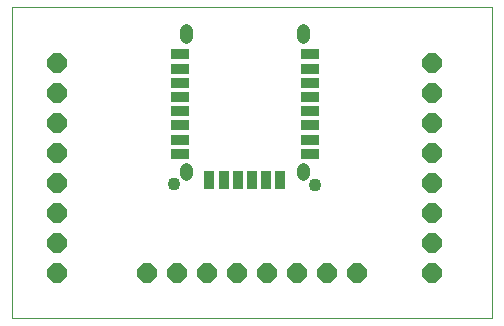
<source format=gts>
G75*
%MOIN*%
%OFA0B0*%
%FSLAX25Y25*%
%IPPOS*%
%LPD*%
%AMOC8*
5,1,8,0,0,1.08239X$1,22.5*
%
%ADD10C,0.00000*%
%ADD11OC8,0.06400*%
%ADD12R,0.06306X0.03550*%
%ADD13R,0.03550X0.06306*%
%ADD14C,0.04337*%
%ADD15C,0.04337*%
D10*
X0001000Y0001000D02*
X0001000Y0104701D01*
X0160921Y0104701D01*
X0160921Y0001000D01*
X0001000Y0001000D01*
D11*
X0016000Y0016000D03*
X0016000Y0026000D03*
X0016000Y0036000D03*
X0016000Y0046000D03*
X0016000Y0056000D03*
X0016000Y0066000D03*
X0016000Y0076000D03*
X0016000Y0086000D03*
X0046000Y0016000D03*
X0056000Y0016000D03*
X0066000Y0016000D03*
X0076000Y0016000D03*
X0086000Y0016000D03*
X0096000Y0016000D03*
X0106000Y0016000D03*
X0116000Y0016000D03*
X0141000Y0016000D03*
X0141000Y0026000D03*
X0141000Y0036000D03*
X0141000Y0046000D03*
X0141000Y0056000D03*
X0141000Y0066000D03*
X0141000Y0076000D03*
X0141000Y0086000D03*
D12*
X0100291Y0084189D03*
X0100291Y0079465D03*
X0100291Y0074740D03*
X0100291Y0070016D03*
X0100291Y0065291D03*
X0100291Y0060567D03*
X0100291Y0055843D03*
X0100291Y0088913D03*
X0056984Y0088913D03*
X0056984Y0084189D03*
X0056984Y0079465D03*
X0056984Y0074740D03*
X0056984Y0070016D03*
X0056984Y0065291D03*
X0056984Y0060567D03*
X0056984Y0055843D03*
D13*
X0066827Y0046984D03*
X0071551Y0046984D03*
X0076276Y0046984D03*
X0081000Y0046984D03*
X0085724Y0046984D03*
X0090449Y0046984D03*
D14*
X0098126Y0049149D02*
X0098126Y0050725D01*
X0098126Y0049149D02*
X0098126Y0049149D01*
X0098126Y0050725D01*
X0098126Y0050725D01*
X0059150Y0050725D02*
X0059150Y0049149D01*
X0059150Y0049149D01*
X0059150Y0050725D01*
X0059150Y0050725D01*
X0059150Y0094819D02*
X0059150Y0097181D01*
X0059150Y0094819D02*
X0059150Y0094819D01*
X0059150Y0097181D01*
X0059150Y0097181D01*
X0098126Y0097181D02*
X0098126Y0094819D01*
X0098126Y0094819D01*
X0098126Y0097181D01*
X0098126Y0097181D01*
D15*
X0101866Y0045409D03*
X0055016Y0045606D03*
M02*

</source>
